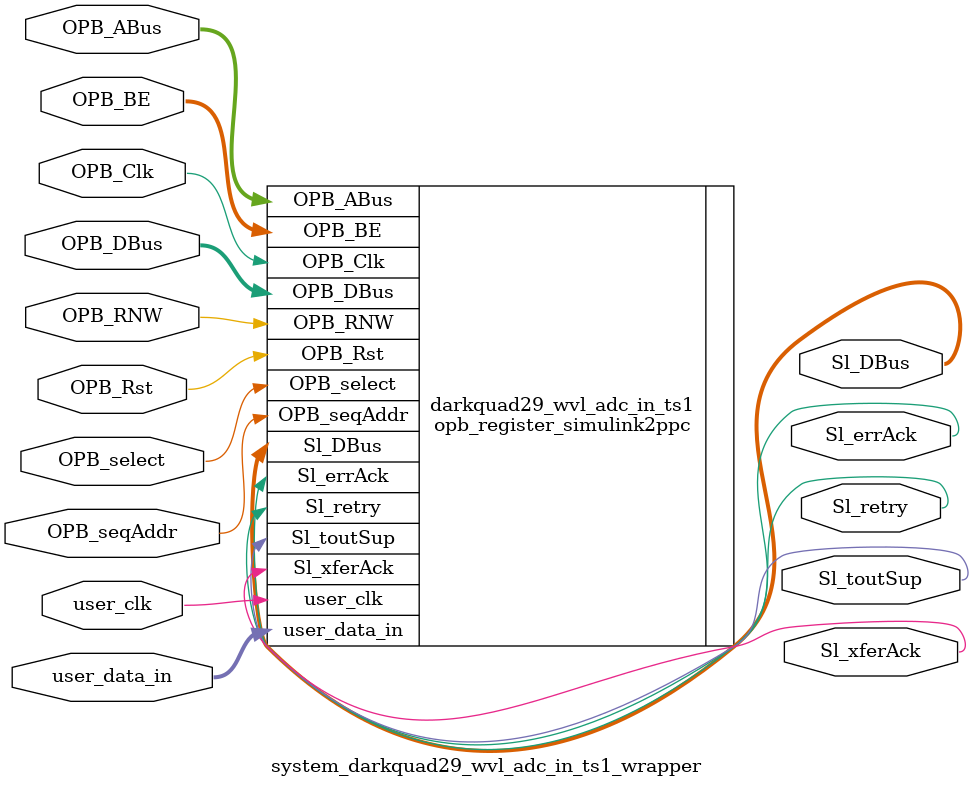
<source format=v>

module system_darkquad29_wvl_adc_in_ts1_wrapper
  (
    OPB_Clk,
    OPB_Rst,
    Sl_DBus,
    Sl_errAck,
    Sl_retry,
    Sl_toutSup,
    Sl_xferAck,
    OPB_ABus,
    OPB_BE,
    OPB_DBus,
    OPB_RNW,
    OPB_select,
    OPB_seqAddr,
    user_data_in,
    user_clk
  );
  input OPB_Clk;
  input OPB_Rst;
  output [0:31] Sl_DBus;
  output Sl_errAck;
  output Sl_retry;
  output Sl_toutSup;
  output Sl_xferAck;
  input [0:31] OPB_ABus;
  input [0:3] OPB_BE;
  input [0:31] OPB_DBus;
  input OPB_RNW;
  input OPB_select;
  input OPB_seqAddr;
  input [31:0] user_data_in;
  input user_clk;

  opb_register_simulink2ppc
    #(
      .C_BASEADDR ( 32'h0108B400 ),
      .C_HIGHADDR ( 32'h0108B4FF ),
      .C_OPB_AWIDTH ( 32 ),
      .C_OPB_DWIDTH ( 32 ),
      .C_FAMILY ( "virtex6" )
    )
    darkquad29_wvl_adc_in_ts1 (
      .OPB_Clk ( OPB_Clk ),
      .OPB_Rst ( OPB_Rst ),
      .Sl_DBus ( Sl_DBus ),
      .Sl_errAck ( Sl_errAck ),
      .Sl_retry ( Sl_retry ),
      .Sl_toutSup ( Sl_toutSup ),
      .Sl_xferAck ( Sl_xferAck ),
      .OPB_ABus ( OPB_ABus ),
      .OPB_BE ( OPB_BE ),
      .OPB_DBus ( OPB_DBus ),
      .OPB_RNW ( OPB_RNW ),
      .OPB_select ( OPB_select ),
      .OPB_seqAddr ( OPB_seqAddr ),
      .user_data_in ( user_data_in ),
      .user_clk ( user_clk )
    );

endmodule


</source>
